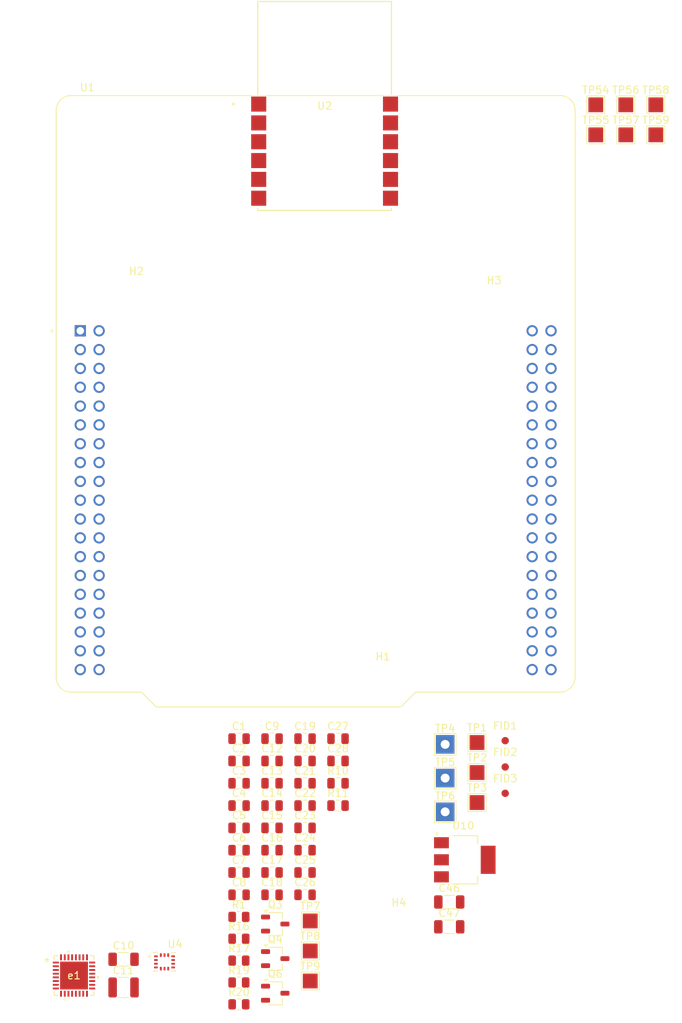
<source format=kicad_pcb>
(kicad_pcb (version 20241229) (generator "pcbnew") (generator_version "9.0")
  (layers (0 "F.Cu" signal) (2 "B.Cu" signal) (13 "F.Paste" user) (15 "B.Paste" user) (5 "F.SilkS" user "F.Silkscreen") (7 "B.SilkS" user "B.Silkscreen") (1 "F.Mask" user) (3 "B.Mask" user) (25 "Edge.Cuts" user))
  (net 0 "")
  (net 1 "+3.3V")
  (net 2 "GND")
  (net 3 "Net-(e1-REGCAPD)")
  (net 4 "Net-(e1-REGCAPA)")
  (net 5 "/Application/StrainV")
  (net 6 "+5V")
  (net 7 "+V_batt")
  (net 8 "Net-(J4-Pin_1)")
  (net 9 "/Application/AIN10")
  (net 10 "Net-(Q3-D)")
  (net 11 "/PC0_ADC12_IN10")
  (net 12 "/Application/AIN5")
  (net 13 "/Application/AIN15")
  (net 14 "/PB13_SPI2_SCK")
  (net 15 "/Controller/BOOT0")
  (net 16 "/Controller/PA3{slash}USART2_RX{slash}ADC12_IN3{slash}TIM2_CH4")
  (net 17 "/Controller/PA2{slash}USART2_TX{slash}ADC12_IN2{slash}TIM2_CH3")
  (net 18 "/Controller/PA14{slash}JTCK{slash}SWCLK")
  (net 19 "/Controller/PA13{slash}JTMS{slash}SWDIO")
  (net 20 "/Controller/PB3{slash}JTDO{slash}TIM2_CH2{slash}PB3{slash}TRACESWO{slash}SPI1_SCK")
  (net 21 "/Application/AIN9")
  (net 22 "Net-(J4-Pin_2)")
  (net 23 "/Application/AIN3")
  (net 24 "/Application/AIN4")
  (net 25 "/Application/AIN0")
  (net 26 "/PB14_SPI2_MISO")
  (net 27 "Net-(J4-Pin_3)")
  (net 28 "/Application/AIN12")
  (net 29 "/PC3_GPIO")
  (net 30 "/Application/AIN14")
  (net 31 "/Application/AIN8")
  (net 32 "/Application/AIN6")
  (net 33 "/PB15_SPI2_MOSI")
  (net 34 "Net-(Q4-D)")
  (net 35 "/Application/AIN1")
  (net 36 "/Application/AIN7")
  (net 37 "/Application/AIN2")
  (net 38 "/Application/AIN11")
  (net 39 "/Application/AIN13")
  (net 40 "/PA0_GPIO")
  (net 41 "/PA1_GPIO")
  (net 42 "/Controller/E5V_NUCLEO")
  (net 43 "/Controller/PA15{slash}JTDI{slash}TIM2_CH1_ETR{slash}SPI1_NSS")
  (net 44 "/Controller/PC11{slash}USART3_RX")
  (net 45 "/Controller/PA5{slash}SPI1_SCK{slash}ADC12_IN5")
  (net 46 "/Controller/OSC_IN{slash}PD0{slash}PH0")
  (net 47 "/Controller/VBAT_PIN_NUCLEO")
  (net 48 "/Controller/PC10{slash}USART3_TX")
  (net 49 "/Controller/PB5{slash}I2C1_SMBAL{slash}TIM3_CH2{slash}SPI1_MOSI")
  (net 50 "/Controller/PA10{slash}USART1_RX{slash}TIM1_CH3")
  (net 51 "/Controller/PC14{slash}OSC32_IN")
  (net 52 "/Controller/PC9{slash}TIM3_CH4")
  (net 53 "/Controller/PC5{slash}ADC12_IN15")
  (net 54 "/Controller/PA7{slash}SPI1_MOSI{slash}ADC12_IN7{slash}TIM3_CH2{slash}TIM1_CH1N")
  (net 55 "/Controller/PB8{slash}TIM4_CH3{slash}I2C1_SCL{slash}CANRX")
  (net 56 "/Controller/IOREF")
  (net 57 "/Controller/PC6{slash}TIM3_CH1")
  (net 59 "/PB0_GPIO")
  (net 60 "/Controller/PB6{slash}TIM4_CH3{slash}I2C1_SCL{slash}CANRX")
  (net 61 "/Controller/PA12{slash}USART1_RTS{slash}CANTX{slash}USBDP{slash}TIM1_ETR")
  (net 62 "/Controller/PD2{slash}TIM3_ETR")
  (net 63 "/Controller/OSC_OUT{slash}PD1{slash}PH1")
  (net 65 "/Controller/PB10{slash}I2C2_SCL{slash}USART3_TX{slash}TIM2_CH3")
  (net 66 "/Controller/VIN_NUCLEO")
  (net 67 "/Controller/U5V_NUCLEO")
  (net 68 "/PC4_GPIO")
  (net 69 "/PC2_GPIO")
  (net 71 "/Controller/PC7{slash}TIM3_CH2")
  (net 72 "/Controller/PA9{slash}USART1_TX{slash}TIM1_CH2")
  (net 73 "/Controller/PB11{slash}I2C2_SDA{slash}USART3_RX{slash}TIM2_CH4")
  (net 74 "/Controller/PB4{slash}JNTRST{slash}TIM3_CH1{slash}PB4{slash}SPI1_MISO")
  (net 75 "/Controller/PC13{slash}TAMPER-RTC")
  (net 76 "/Controller/PA6{slash}SPI1_MISO{slash}ADC12_IN6{slash}TIM3_CH1{slash}TIM2_BKIN")
  (net 77 "/Controller/PB12{slash}SPI2_NSS{slash}I2C2_SMBAL{slash}USART3_CK{slash}TIM1_BKIN")
  (net 78 "/Controller/PC8{slash}TIM3_CH3")
  (net 79 "/Controller/PB7{slash}I2C1_SDA{slash}TIM4_CH2{slash}USART1_RX")
  (net 80 "/PB2_GPIO")
  (net 81 "/Controller/PA11{slash}USART1_CTS{slash}CANRX{slash}USBDM{slash}TIM1_CH4")
  (net 82 "/Controller/PA8{slash}USART1_CK{slash}TIM1_CH1{slash}MCO")
  (net 83 "/Controller/~{RESET}")
  (net 84 "/PB1_GPIO")
  (net 85 "/Controller/AVDD_NUCLEO")
  (net 86 "/Controller/PC15{slash}OSC32_OUT")
  (net 87 "/PC1_GPIO")
  (net 88 "/Controller/PC12{slash}USART3_CK")
  (net 90 "/Controller/PA4{slash}SPI1_NSS{slash}USART2_CK{slash}ADC12_IN4")
  (net 92 "/Controller/PB9{slash}TIM4_CH4{slash}I2C1_SDA{slash}CANTX")
  (net 101 "Net-(Q6-S)")
  (footprint "Capacitor_SMD:C_0805_2012Metric" (layer "F.Cu") (at 131.6 146.15)
    (property "Reference" "C3" (at 0 -1.68 0) (layer "F.SilkS"))
    (property "Value" "1uF")
    (pad "1" smd roundrect (at -0.95 0) (size 1 1.45) (layers "F.Cu" "F.Mask" "F.Paste") (net 1 "+3.3V"))
    (pad "2" smd roundrect (at 0.95 0) (size 1 1.45) (layers "F.Cu" "F.Mask" "F.Paste") (net 2 "GND"))
  )
  (footprint "MountingHole:MountingHole_3.2mm_M3" (layer "F.Cu") (at 117.75 81.25)
    (property "Reference" "H2" (at 0 -4.2 0) (layer "F.SilkS"))
    (property "Value" "MountingHole")
    (pad "" np_thru_hole circle (at 0 0) (size 3.2 3.2) (drill 3.2) (layers "*.Cu" "*.Mask"))
  )
  (footprint "Capacitor_SMD:C_0805_2012Metric" (layer "F.Cu") (at 131.6 161.2)
    (property "Reference" "C8" (at 0 -1.68 0) (layer "F.SilkS"))
    (property "Value" "0.1uF")
    (pad "1" smd roundrect (at -0.95 0) (size 1 1.45) (layers "F.Cu" "F.Mask" "F.Paste") (net 1 "+3.3V"))
    (pad "2" smd roundrect (at 0.95 0) (size 1 1.45) (layers "F.Cu" "F.Mask" "F.Paste") (net 2 "GND"))
  )
  (footprint "Capacitor_SMD:C_0805_2012Metric" (layer "F.Cu") (at 131.6 158.19)
    (property "Reference" "C7" (at 0 -1.68 0) (layer "F.SilkS"))
    (property "Value" "0.1uF")
    (pad "1" smd roundrect (at -0.95 0) (size 1 1.45) (layers "F.Cu" "F.Mask" "F.Paste") (net 1 "+3.3V"))
    (pad "2" smd roundrect (at 0.95 0) (size 1 1.45) (layers "F.Cu" "F.Mask" "F.Paste") (net 2 "GND"))
  )
  (footprint "Capacitor_SMD:C_0805_2012Metric" (layer "F.Cu") (at 131.6 140.13)
    (property "Reference" "C1" (at 0 -1.68 0) (layer "F.SilkS"))
    (property "Value" "0.1uF")
    (pad "1" smd roundrect (at -0.95 0) (size 1 1.45) (layers "F.Cu" "F.Mask" "F.Paste") (net 1 "+3.3V"))
    (pad "2" smd roundrect (at 0.95 0) (size 1 1.45) (layers "F.Cu" "F.Mask" "F.Paste") (net 2 "GND"))
  )
  (footprint "ICM-45605-gyroscope:XDCR_ICM-45605" (layer "F.Cu") (at 121.545 170.25)
    (property "Reference" "U4" (at 1.425 -2.385 0) (layer "F.SilkS"))
    (property "Value" "ICM-45605")
    (pad "1" smd rect (at -1.1625 -0.75) (size 0.475 0.25) (layers "F.Cu") (net 33 "/PB15_SPI2_MOSI"))
    (pad "2" smd rect (at -1.1625 -0.25) (size 0.475 0.25) (layers "F.Cu"))
    (pad "3" smd rect (at -1.1625 0.25) (size 0.475 0.25) (layers "F.Cu"))
    (pad "4" smd rect (at -1.1625 0.75) (size 0.475 0.25) (layers "F.Cu") (net 40 "/PA0_GPIO"))
    (pad "5" smd rect (at -0.5 0.9125) (size 0.25 0.475) (layers "F.Cu") (net 1 "+3.3V"))
    (pad "6" smd rect (at 0 0.9125) (size 0.25 0.475) (layers "F.Cu") (net 2 "GND"))
    (pad "7" smd rect (at 0.5 0.9125) (size 0.25 0.475) (layers "F.Cu"))
    (pad "8" smd rect (at 1.1625 0.75) (size 0.475 0.25) (layers "F.Cu") (net 1 "+3.3V"))
    (pad "9" smd rect (at 1.1625 0.25) (size 0.475 0.25) (layers "F.Cu") (net 41 "/PA1_GPIO"))
    (pad "10" smd rect (at 1.1625 -0.25) (size 0.475 0.25) (layers "F.Cu"))
    (pad "11" smd rect (at 1.1625 -0.75) (size 0.475 0.25) (layers "F.Cu"))
    (pad "12" smd rect (at 0.5 -0.9125) (size 0.25 0.475) (layers "F.Cu") (net 68 "/PC4_GPIO"))
    (pad "13" smd rect (at 0 -0.9125) (size 0.25 0.475) (layers "F.Cu") (net 14 "/PB13_SPI2_SCK"))
    (pad "14" smd rect (at -0.5 -0.9125) (size 0.25 0.475) (layers "F.Cu") (net 26 "/PB14_SPI2_MISO"))
  )
  (footprint "Package_TO_SOT_SMD:TSOT-23" (layer "F.Cu") (at 136.48 169.81)
    (property "Reference" "Q4" (at 0 -2.6 0) (layer "F.SilkS"))
    (property "Value" "PMOS")
    (pad "1" smd roundrect (at -1.31 -0.95) (size 1.22 0.65) (layers "F.Cu" "F.Mask" "F.Paste") (net 34 "Net-(Q4-D)"))
    (pad "2" smd roundrect (at -1.31 0.95) (size 1.22 0.65) (layers "F.Cu" "F.Mask" "F.Paste") (net 10 "Net-(Q3-D)"))
    (pad "3" smd roundrect (at 1.31 0) (size 1.22 0.65) (layers "F.Cu" "F.Mask" "F.Paste") (net 7 "+V_batt"))
  )
  (footprint "TestPoint:TestPoint_Pad_2.0x2.0mm" (layer "F.Cu") (at 183.77 54.6)
    (property "Reference" "TP56" (at 0 -1.998 0) (layer "F.SilkS"))
    (property "Value" "TestPoint")
    (pad "1" smd rect (at 0 0) (size 2 2) (layers "F.Cu" "F.Mask") (net 18 "/Controller/PA14{slash}JTCK{slash}SWCLK"))
  )
  (footprint "Capacitor_SMD:C_0805_2012Metric" (layer "F.Cu") (at 136.05 140.13)
    (property "Reference" "C9" (at 0 -1.68 0) (layer "F.SilkS"))
    (property "Value" "0.1uF")
    (pad "1" smd roundrect (at -0.95 0) (size 1 1.45) (layers "F.Cu" "F.Mask" "F.Paste") (net 1 "+3.3V"))
    (pad "2" smd roundrect (at 0.95 0) (size 1 1.45) (layers "F.Cu" "F.Mask" "F.Paste") (net 2 "GND"))
  )
  (footprint "Capacitor_SMD:C_0805_2012Metric" (layer "F.Cu") (at 136.05 152.17)
    (property "Reference" "C15" (at 0 -1.68 0) (layer "F.SilkS"))
    (property "Value" "25pF")
    (pad "1" smd roundrect (at -0.95 0) (size 1 1.45) (layers "F.Cu" "F.Mask" "F.Paste") (net 39 "/Application/AIN13"))
    (pad "2" smd roundrect (at 0.95 0) (size 1 1.45) (layers "F.Cu" "F.Mask" "F.Paste") (net 2 "GND"))
  )
  (footprint "MountingHole:MountingHole_3.2mm_M3" (layer "F.Cu") (at 153.15 166.45)
    (property "Reference" "H4" (at 0 -4.2 0) (layer "F.SilkS"))
    (property "Value" "MountingHole")
    (pad "" np_thru_hole circle (at 0 0) (size 3.2 3.2) (drill 3.2) (layers "*.Cu" "*.Mask"))
  )
  (footprint "TestPoint:TestPoint_THTPad_2.5x2.5mm_Drill1.2mm" (layer "F.Cu") (at 159.4 150)
    (property "Reference" "TP6" (at 0 -2.148 0) (layer "F.SilkS"))
    (property "Value" "TestPoint")
    (pad "1" thru_hole rect (at 0 0) (size 2.5 2.5) (drill 1.2) (layers "*.Cu" "*.Mask") (net 2 "GND"))
  )
  (footprint "Capacitor_SMD:C_0805_2012Metric" (layer "F.Cu") (at 140.5 155.18)
    (property "Reference" "C24" (at 0 -1.68 0) (layer "F.SilkS"))
    (property "Value" "25pF")
    (pad "1" smd roundrect (at -0.95 0) (size 1 1.45) (layers "F.Cu" "F.Mask" "F.Paste") (net 24 "/Application/AIN4"))
    (pad "2" smd roundrect (at 0.95 0) (size 1 1.45) (layers "F.Cu" "F.Mask" "F.Paste") (net 2 "GND"))
  )
  (footprint "Capacitor_SMD:C_0805_2012Metric" (layer "F.Cu") (at 131.6 152.17)
    (property "Reference" "C5" (at 0 -1.68 0) (layer "F.SilkS"))
    (property "Value" "0.1uF")
    (pad "1" smd roundrect (at -0.95 0) (size 1 1.45) (layers "F.Cu" "F.Mask" "F.Paste") (net 3 "Net-(e1-REGCAPD)"))
    (pad "2" smd roundrect (at 0.95 0) (size 1 1.45) (layers "F.Cu" "F.Mask" "F.Paste") (net 2 "GND"))
  )
  (footprint "Capacitor_SMD:C_0805_2012Metric" (layer "F.Cu") (at 140.5 161.2)
    (property "Reference" "C26" (at 0 -1.68 0) (layer "F.SilkS"))
    (property "Value" "25pF")
    (pad "1" smd roundrect (at -0.95 0) (size 1 1.45) (layers "F.Cu" "F.Mask" "F.Paste") (net 37 "/Application/AIN2"))
    (pad "2" smd roundrect (at 0.95 0) (size 1 1.45) (layers "F.Cu" "F.Mask" "F.Paste") (net 2 "GND"))
  )
  (footprint "TestPoint:TestPoint_Pad_2.0x2.0mm" (layer "F.Cu") (at 183.77 58.65)
    (property "Reference" "TP57" (at 0 -1.998 0) (layer "F.SilkS"))
    (property "Value" "TestPoint")
    (pad "1" smd rect (at 0 0) (size 2 2) (layers "F.Cu" "F.Mask") (net 20 "/Controller/PB3{slash}JTDO{slash}TIM2_CH2{slash}PB3{slash}TRACESWO{slash}SPI1_SCK"))
  )
  (footprint "Capacitor_SMD:C_0805_2012Metric" (layer "F.Cu") (at 140.5 149.16)
    (property "Reference" "C22" (at 0 -1.68 0) (layer "F.SilkS"))
    (property "Value" "25pF")
    (pad "1" smd roundrect (at -0.95 0) (size 1 1.45) (layers "F.Cu" "F.Mask" "F.Paste") (net 32 "/Application/AIN6"))
    (pad "2" smd roundrect (at 0.95 0) (size 1 1.45) (layers "F.Cu" "F.Mask" "F.Paste") (net 2 "GND"))
  )
  (footprint "TestPoint:TestPoint_Pad_2.0x2.0mm" (layer "F.Cu") (at 163.7 140.65)
    (property "Reference" "TP1" (at 0 -1.998 0) (layer "F.SilkS"))
    (property "Value" "TestPoint")
    (pad "1" smd rect (at 0 0) (size 2 2) (layers "F.Cu" "F.Mask") (net 1 "+3.3V"))
  )
  (footprint "MRF89XAM9AT-antenna:MOD_MRF89XAM9A_MCH" (layer "F.Cu") (at 143.14 54.754)
    (property "Reference" "U2" (at 0 0 0) (layer "F.SilkS"))
    (property "Value" "MRF89XAM9AT-I/RM")
    (pad "1" smd rect (at -8.89 -0.254) (size 2.032 2.032) (layers "F.Cu" "F.Mask" "F.Paste") (net 2 "GND"))
    (pad "2" smd rect (at -8.89 2.286) (size 2.032 2.032) (layers "F.Cu" "F.Mask" "F.Paste") (net 80 "/PB2_GPIO"))
    (pad "3" smd rect (at -8.89 4.826) (size 2.032 2.032) (layers "F.Cu" "F.Mask" "F.Paste") (net 69 "/PC2_GPIO"))
    (pad "4" smd rect (at -8.89 7.366) (size 2.032 2.032) (layers "F.Cu" "F.Mask" "F.Paste") (net 59 "/PB0_GPIO"))
    (pad "5" smd rect (at -8.89 9.906) (size 2.032 2.032) (layers "F.Cu" "F.Mask" "F.Paste") (net 26 "/PB14_SPI2_MISO"))
    (pad "6" smd rect (at -8.89 12.446) (size 2.032 2.032) (layers "F.Cu" "F.Mask" "F.Paste") (net 14 "/PB13_SPI2_SCK"))
    (pad "7" smd rect (at 8.89 12.446) (size 2.032 2.032) (layers "F.Cu" "F.Mask" "F.Paste") (net 33 "/PB15_SPI2_MOSI"))
    (pad "8" smd rect (at 8.89 9.906) (size 2.032 2.032) (layers "F.Cu" "F.Mask" "F.Paste") (net 87 "/PC1_GPIO"))
    (pad "9" smd rect (at 8.89 7.366) (size 2.032 2.032) (layers "F.Cu" "F.Mask" "F.Paste") (net 84 "/PB1_GPIO"))
    (pad "10" smd rect (at 8.89 4.826) (size 2.032 2.032) (layers "F.Cu" "F.Mask" "F.Paste") (net 1 "+3.3V"))
    (pad "11" smd rect (at 8.89 2.286) (size 2.032 2.032) (layers "F.Cu" "F.Mask" "F.Paste") (net 2 "GND"))
    (pad "12" smd rect (at 8.89 -0.254) (size 2.032 2.032) (layers "F.Cu" "F.Mask" "F.Paste") (net 2 "GND"))
  )
  (footprint "Capacitor_SMD:C_1206_3216Metric" (layer "F.Cu") (at 159.95 165.52)
    (property "Reference" "C47" (at 0 -1.85 0) (layer "F.SilkS"))
    (property "Value" "10uF")
    (pad "1" smd roundrect (at -1.475 0) (size 1.15 1.8) (layers "F.Cu" "F.Mask" "F.Paste") (roundrect_rratio 0.217391) (net 7 "+V_batt"))
    (pad "2" smd roundrect (at 1.475 0) (size 1.15 1.8) (layers "F.Cu" "F.Mask" "F.Paste") (roundrect_rratio 0.217391) (net 2 "GND"))
  )
  (footprint "MountingHole:MountingHole_3.2mm_M3" (layer "F.Cu") (at 166 82.5)
    (property "Reference" "H3" (at 0 -4.2 0) (layer "F.SilkS"))
    (property "Value" "MountingHole")
    (pad "" np_thru_hole circle (at 0 0) (size 3.2 3.2) (drill 3.2) (layers "*.Cu" "*.Mask"))
  )
  (footprint "TestPoint:TestPoint_Pad_2.0x2.0mm" (layer "F.Cu") (at 187.82 58.65)
    (property "Reference" "TP59" (at 0 -1.998 0) (layer "F.SilkS"))
    (property "Value" "TestPoint")
    (pad "1" smd rect (at 0 0) (size 2 2) (layers "F.Cu" "F.Mask") (net 16 "/Controller/PA3{slash}USART2_RX{slash}ADC12_IN3{slash}TIM2_CH4"))
  )
  (footprint "Capacitor_SMD:C_0805_2012Metric" (layer "F.Cu") (at 140.5 152.17)
    (property "Reference" "C23" (at 0 -1.68 0) (layer "F.SilkS"))
    (property "Value" "25pF")
    (pad "1" smd roundrect (at -0.95 0) (size 1 1.45) (layers "F.Cu" "F.Mask" "F.Paste") (net 12 "/Application/AIN5"))
    (pad "2" smd roundrect (at 0.95 0) (size 1 1.45) (layers "F.Cu" "F.Mask" "F.Paste") (net 2 "GND"))
  )
  (footprint "Capacitor_SMD:C_1206_3216Metric" (layer "F.Cu") (at 116.02 169.9)
    (property "Reference" "C10" (at 0 -1.85 0) (layer "F.SilkS"))
    (property "Value" "10uF")
    (pad "1" smd roundrect (at -1.475 0) (size 1.15 1.8) (layers "F.Cu" "F.Mask" "F.Paste") (roundrect_rratio 0.217391) (net 1 "+3.3V"))
    (pad "2" smd roundrect (at 1.475 0) (size 1.15 1.8) (layers "F.Cu" "F.Mask" "F.Paste") (roundrect_rratio 0.217391) (net 2 "GND"))
  )
  (footprint "Capacitor_SMD:C_0805_2012Metric" (layer "F.Cu") (at 144.95 143.14)
    (property "Reference" "C28" (at 0 -1.68 0) (layer "F.SilkS"))
    (property "Value" "25pF")
    (pad "1" smd roundrect (at -0.95 0) (size 1 1.45) (layers "F.Cu" "F.Mask" "F.Paste") (net 25 "/Application/AIN0"))
    (pad "2" smd roundrect (at 0.95 0) (size 1 1.45) (layers "F.Cu" "F.Mask" "F.Paste") (net 2 "GND"))
  )
  (footprint "TestPoint:TestPoint_THTPad_2.5x2.5mm_Drill1.2mm" (layer "F.Cu") (at 159.4 145.45)
    (property "Reference" "TP5" (at 0 -2.148 0) (layer "F.SilkS"))
    (property "Value" "TestPoint")
    (pad "1" thru_hole rect (at 0 0) (size 2.5 2.5) (drill 1.2) (layers "*.Cu" "*.Mask") (net 26 "/PB14_SPI2_MISO"))
  )
  (footprint "TestPoint:TestPoint_Pad_2.0x2.0mm" (layer "F.Cu") (at 163.7 148.75)
    (property "Reference" "TP3" (at 0 -1.998 0) (layer "F.SilkS"))
    (property "Value" "TestPoint")
    (pad "1" smd rect (at 0 0) (size 2 2) (layers "F.Cu" "F.Mask") (net 14 "/PB13_SPI2_SCK"))
  )
  (footprint "Capacitor_SMD:C_0805_2012Metric" (layer "F.Cu") (at 136.05 155.18)
    (property "Reference" "C16" (at 0 -1.68 0) (layer "F.SilkS"))
    (property "Value" "25pF")
    (pad "1" smd roundrect (at -0.95 0) (size 1 1.45) (layers "F.Cu" "F.Mask" "F.Paste") (net 28 "/Application/AIN12"))
    (pad "2" smd roundrect (at 0.95 0) (size 1 1.45) (layers "F.Cu" "F.Mask" "F.Paste") (net 2 "GND"))
  )
  (footprint "Capacitor_SMD:C_0805_2012Metric" (layer "F.Cu") (at 136.05 149.16)
    (property "Reference" "C14" (at 0 -1.68 0) (layer "F.SilkS"))
    (property "Value" "25pF")
    (pad "1" smd roundrect (at -0.95 0) (size 1 1.45) (layers "F.Cu" "F.Mask" "F.Paste") (net 30 "/Application/AIN14"))
    (pad "2" smd roundrect (at 0.95 0) (size 1 1.45) (layers "F.Cu" "F.Mask" "F.Paste") (net 2 "GND"))
  )
  (footprint "TestPoint:TestPoint_Pad_2.0x2.0mm" (layer "F.Cu") (at 141.2 168.78)
    (property "Reference" "TP8" (at 0 -1.998 0) (layer "F.SilkS"))
    (property "Value" "TestPoint")
    (pad "1" smd rect (at 0 0) (size 2 2) (layers "F.Cu" "F.Mask") (net 7 "+V_batt"))
  )
  (footprint "AD7124-8BCPZ-RL7-adc:CP-32-12_ADI" (layer "F.Cu") (at 109.3327 172.0905)
    (property "Reference" "e1" (at 0 0 0) (layer "F.SilkS"))
    (property "Value" "AD7124-8BCPZ-RL7-adc")
    (fp_text user "*" (at -3.6449 -1.75 0) (layer "F.SilkS"))
    (fp_text user "*" (at -3.6449 -1.75 0) (layer "F.SilkS"))
    (pad "1" smd rect (at -2.4511 -1.749999 90) (size 0.254 0.8128) (layers "F.Cu" "F.Mask" "F.Paste") (net 3 "Net-(e1-REGCAPD)"))
    (pad "2" smd rect (at -2.4511 -1.25 90) (size 0.254 0.8128) (layers "F.Cu" "F.Mask" "F.Paste") (net 1 "+3.3V"))
    (pad "3" smd rect (at -2.4511 -0.750001 90) (size 0.254 0.8128) (layers "F.Cu" "F.Mask" "F.Paste") (net 2 "GND"))
    (pad "4" smd rect (at -2.4511 -0.25 90) (size 0.254 0.8128) (layers "F.Cu" "F.Mask" "F.Paste") (net 25 "/Application/AIN0"))
    (pad "5" smd rect (at -2.4511 0.25 90) (size 0.254 0.8128) (layers "F.Cu" "F.Mask" "F.Paste") (net 35 "/Application/AIN1"))
    (pad "6" smd rect (at -2.4511 0.750001 90) (size 0.254 0.8128) (layers "F.Cu" "F.Mask" "F.Paste") (net 37 "/Application/AIN2"))
    (pad "7" smd rect (at -2.4511 1.25 90) (size 0.254 0.8128) (layers "F.Cu" "F.Mask" "F.Paste") (net 23 "/Application/AIN3"))
    (pad "8" smd rect (at -2.4511 1.749999 90) (size 0.254 0.8128) (layers "F.Cu" "F.Mask" "F.Paste") (net 24 "/Application/AIN4"))
    (pad "9" smd rect (at -1.749999 2.4511) (size 0.254 0.8128) (layers "F.Cu" "F.Mask" "F.Paste") (net 12 "/Application/AIN5"))
    (pad "10" smd rect (at -1.25 2.4511) (size 0.254 0.8128) (layers "F.Cu" "F.Mask" "F.Paste") (net 32 "/Application/AIN6"))
    (pad "11" smd rect (at -0.750001 2.4511) (size 0.254 0.8128) (layers "F.Cu" "F.Mask" "F.Paste") (net 36 "/Application/AIN7"))
    (pad "12" smd rect (at -0.25 2.4511) (size 0.254 0.8128) (layers "F.Cu" "F.Mask" "F.Paste") (net 5 "/Application/StrainV"))
    (pad "13" smd rect (at 0.25 2.4511) (size 0.254 0.8128) (layers "F.Cu" "F.Mask" "F.Paste") (net 2 "GND"))
    (pad "14" smd rect (at 0.750001 2.4511) (size 0.254 0.8128) (layers "F.Cu" "F.Mask" "F.Paste") (net 31 "/Application/AIN8"))
    (pad "15" smd rect (at 1.25 2.4511) (size 0.254 0.8128) (layers "F.Cu" "F.Mask" "F.Paste") (net 21 "/Application/AIN9"))
    (pad "16" smd rect (at 1.749999 2.4511) (size 0.254 0.8128) (layers "F.Cu" "F.Mask" "F.Paste") (net 9 "/Application/AIN10"))
    (pad "17" smd rect (at 2.4511 1.749999 90) (size 0.254 0.8128) (layers "F.Cu" "F.Mask" "F.Paste") (net 38 "/Application/AIN11"))
    (pad "18" smd rect (at 2.4511 1.25 90) (size 0.254 0.8128) (layers "F.Cu" "F.Mask" "F.Paste") (net 28 "/Application/AIN12"))
    (pad "19" smd rect (at 2.4511 0.750001 90) (size 0.254 0.8128) (layers "F.Cu" "F.Mask" "F.Paste") (net 39 "/Application/AIN13"))
    (pad "20" smd rect (at 2.4511 0.25 90) (size 0.254 0.8128) (layers "F.Cu" "F.Mask" "F.Paste") (net 30 "/Application/AIN14"))
    (pad "21" smd rect (at 2.4511 -0.25 90) (size 0.254 0.8128) (layers "F.Cu" "F.Mask" "F.Paste") (net 13 "/Application/AIN15"))
    (pad "22" smd rect (at 2.4511 -0.750001 90) (size 0.254 0.8128) (layers "F.Cu" "F.Mask" "F.Paste") (net 22 "Net-(J4-Pin_2)"))
    (pad "23" smd rect (at 2.4511 -1.25 90) (size 0.254 0.8128) (layers "F.Cu" "F.Mask" "F.Paste") (net 2 "GND"))
    (pad "24" smd rect (at 2.4511 -1.749999 90) (size 0.254 0.8128) (layers "F.Cu" "F.Mask" "F.Paste") (net 4 "Net-(e1-REGCAPA)"))
    (pad "25" smd rect (at 1.749999 -2.4511) (size 0.254 0.8128) (layers "F.Cu" "F.Mask" "F.Paste") (net 27 "Net-(J4-Pin_3)"))
    (pad "26" smd rect (at 1.25 -2.4511) (size 0.254 0.8128) (layers "F.Cu" "F.Mask" "F.Paste") (net 1 "+3.3V"))
    (pad "27" smd rect (at 0.750001 -2.4511) (size 0.254 0.8128) (layers "F.Cu" "F.Mask" "F.Paste") (net 1 "+3.3V"))
    (pad "28" smd rect (at 0.25 -2.4511) (size 0.254 0.8128) (layers "F.Cu" "F.Mask" "F.Paste") (net 33 "/PB15_SPI2_MOSI"))
    (pad "29" smd rect (at -0.25 -2.4511) (size 0.254 0.8128) (layers "F.Cu" "F.Mask" "F.Paste") (net 26 "/PB14_SPI2_MISO"))
    (pad "30" smd rect (at -0.750001 -2.4511) (size 0.254 0.8128) (layers "F.Cu" "F.Mask" "F.Paste") (net 14 "/PB13_SPI2_SCK"))
    (pad "31" smd rect (at -1.25 -2.4511) (size 0.254 0.8128) (layers "F.Cu" "F.Mask" "F.Paste") (net 8 "Net-(J4-Pin_1)"))
    (pad "32" smd rect (at -1.749999 -2.4511) (size 0.254 0.8128) (layers "F.Cu" "F.Mask" "F.Paste") (net 29 "/PC3_GPIO"))
    (pad "33" smd rect (at 0 0) (size 3.7592 3.7592) (layers "F.Cu" "F.Mask" "F.Paste") (net 2 "GND"))
  )
  (footprint "Resistor_SMD:R_0805_2012Metric" (layer "F.Cu") (at 131.58 167.13)
    (property "Reference" "R16" (at 0 -1.65 0) (layer "F.SilkS"))
    (property "Value" "10K +-5%")
    (pad "1" smd roundrect (at -0.9125 0) (size 1.025 1.4) (layers "F.Cu" "F.Mask" "F.Paste") (roundrect_rratio 0.243902) (net 10 "Net-(Q3-D)"))
    (pad "2" smd roundrect (at 0.9125 0) (size 1.025 1.4) (layers "F.Cu" "F.Mask" "F.Paste") (roundrect_rratio 0.243902) (net 7 "+V_batt"))
  )
  (footprint "Capacitor_SMD:C_0805_2012Metric" (layer "F.Cu") (at 131.6 155.18)
    (property "Reference" "C6" (at 0 -1.68 0) (layer "F.SilkS"))
    (property "Value" "0.1uF")
    (pad "1" smd roundrect (at -0.95 0) (size 1 1.45) (layers "F.Cu" "F.Mask" "F.Paste") (net 4 "Net-(e1-REGCAPA)"))
    (pad "2" smd roundrect (at 0.95 0) (size 1 1.45) (layers "F.Cu" "F.Mask" "F.Paste") (net 2 "GND"))
  )
  (footprint "Capacitor_SMD:C_1210_3225Metric" (layer "F.Cu") (at 116.02 173.7)
    (property "Reference" "C11" (at 0 -2.3 0) (layer "F.SilkS"))
    (property "Value" "220uF")
    (pad "1" smd roundrect (at -1.475 0) (size 1.15 2.7) (layers "F.Cu" "F.Mask" "F.Paste") (roundrect_rratio 0.217391) (net 2 "GND"))
    (pad "2" smd roundrect (at 1.475 0) (size 1.15 2.7) (layers "F.Cu" "F.Mask" "F.Paste") (roundrect_rratio 0.217391) (net 5 "/Application/StrainV"))
  )
  (footprint "Capacitor_SMD:C_0805_2012Metric" (layer "F.Cu") (at 131.6 149.16)
    (property "Reference" "C4" (at 0 -1.68 0) (layer "F.SilkS"))
    (property "Value" "1uF")
    (pad "1" smd roundrect (at -0.95 0) (size 1 1.45) (layers "F.Cu" "F.Mask" "F.Paste") (net 1 "+3.3V"))
    (pad "2" smd roundrect (at 0.95 0) (size 1 1.45) (layers "F.Cu" "F.Mask" "F.Paste") (net 2 "GND"))
  )
  (footprint "Capacitor_SMD:C_1206_3216Metric" (layer "F.Cu") (at 159.95 162.17)
    (property "Reference" "C46" (at 0 -1.85 0) (layer "F.SilkS"))
    (property "Value" "10uF")
    (pad "1" smd roundrect (at -1.475 0) (size 1.15 1.8) (layers "F.Cu" "F.Mask" "F.Paste") (roundrect_rratio 0.217391) (net 6 "+5V"))
    (pad "2" smd roundrect (at 1.475 0) (size 1.15 1.8) (layers "F.Cu" "F.Mask" "F.Paste") (roundrect_rratio 0.217391) (net 2 "GND"))
  )
  (footprint "Capacitor_SMD:C_0805_2012Metric" (layer "F.Cu") (at 136.05 143.14)
    (property "Reference" "C12" (at 0 -1.68 0) (layer "F.SilkS"))
    (property "Value" "0.1uF")
    (pad "1" smd roundrect (at -0.95 0) (size 1 1.45) (layers "F.Cu" "F.Mask" "F.Paste") (net 11 "/PC0_ADC12_IN10"))
    (pad "2" smd roundrect (at 0.95 0) (size 1 1.45) (layers "F.Cu" "F.Mask" "F.Paste") (net 2 "GND"))
  )
  (footprint "Capacitor_SMD:C_0805_2012Metric" (layer "F.Cu") (at 144.95 146.15)
    (property "Reference" "R10" (at 0 -1.68 0) (layer "F.SilkS"))
    (property "Value" "0K +-1%")
    (pad "1" smd roundrect (at -0.95 0) (size 1 1.45) (layers "F.Cu" "F.Mask" "F.Paste") (net 101 "Net-(Q6-S)"))
    (pad "2" smd roundrect (at 0.95 0) (size 1 1.45) (layers "F.Cu" "F.Mask" "F.Paste") (net 6 "+5V"))
  )
  (footprint "Capacitor_SMD:C_0805_2012Metric" (layer "F.Cu") (at 144.95 140.13)
    (property "Reference" "C27" (at 0 -1.68 0) (layer "F.SilkS"))
    (property "Value" "25pF")
    (pad "1" smd roundrect (at -0.95 0) (size 1 1.45) (layers "F.Cu" "F.Mask" "F.Paste") (net 35 "/Application/AIN1"))
    (pad "2" smd roundrect (at 0.95 0) (size 1 1.45) (layers "F.Cu" "F.Mask" "F.Paste") (net 2 "GND"))
  )
  (footprint "Package_TO_SOT_SMD:TSOT-23" (layer "F.Cu") (at 136.48 174.475)
    (property "Reference" "Q6" (at 0 -2.6 0) (layer "F.SilkS"))
    (property "Value" "PMOS")
    (pad "1" smd roundrect (at -1.31 -0.95) (size 1.22 0.65) (layers "F.Cu" "F.Mask" "F.Paste") (net 5 "/Application/StrainV"))
    (pad "2" smd roundrect (at -1.31 0.95) (size 1.22 0.65) (layers "F.Cu" "F.Mask" "F.Paste") (net 40 "/PA0_GPIO"))
    (pad "3" smd roundrect (at 1.31 0) (size 1.22 0.65) (layers "F.Cu" "F.Mask" "F.Paste") (net 101 "Net-(Q6-S)"))
  )
  (footprint "NUCLEO-L476RG:MODULE_NUCLEO-L476RG" (layer "F.Cu") (at 141.9297 94.6)
    (property "Reference" "U1" (at -30.7996 -42.339 0) (layer "F.SilkS"))
    (property "Value" "NUCLEO-L476RG")
    (pad "" np_thru_hole circle (at -24.13 -13.32) (size 3.2 3.2) (drill 3.2) (layers "*.Cu" "*.Mask"))
    (pad "" np_thru_hole circle (at 8.89 38.75) (size 3.2 3.2) (drill 3.2) (layers "*.Cu" "*.Mask"))
    (pad "" np_thru_hole circle (at 24.13 -12.05) (size 3.2 3.2) (drill 3.2) (layers "*.Cu" "*.Mask"))
    (pad "CN7_1" thru_hole rect (at -31.75 -9.51) (size 1.524 1.524) (drill 1.016) (layers "*.Cu" "*.Mask") (net 48 "/Controller/PC10{slash}USART3_TX"))
    (pad "CN7_2" thru_hole circle (at -29.21 -9.51) (size 1.524 1.524) (drill 1.016) (layers "*.Cu" "*.Mask") (net 44 "/Controller/PC11{slash}USART3_RX"))
    (pad "CN7_3" thru_hole circle (at -31.75 -6.97) (size 1.524 1.524) (drill 1.016) (layers "*.Cu" "*.Mask") (net 88 "/Controller/PC12{slash}USART3_CK"))
    (pad "CN7_4" thru_hole circle (at -29.21 -6.97) (size 1.524 1.524) (drill 1.016) (layers "*.Cu" "*.Mask") (net 62 "/Controller/PD2{slash}TIM3_ETR"))
    (pad "CN7_5" thru_hole circle (at -31.75 -4.43) (size 1.524 1.524) (drill 1.016) (layers "*.Cu" "*.Mask") (net 1 "+3.3V"))
    (pad "CN7_6" thru_hole circle (at -29.21 -4.43) (size 1.524 1.524) (drill 1.016) (layers "*.Cu" "*.Mask") (net 42 "/Controller/E5V_NUCLEO"))
    (pad "CN7_7" thru_hole circle (at -31.75 -1.89) (size 1.524 1.524) (drill 1.016) (layers "*.Cu" "*.Mask") (net 15 "/Controller/BOOT0"))
    (pad "CN7_8" thru_hole circle (at -29.21 -1.89) (size 1.524 1.524) (drill 1.016) (layers "*.Cu" "*.Mask") (net 2 "GND"))
    (pad "CN7_9" thru_hole circle (at -31.75 0.65) (size 1.524 1.524) (drill 1.016) (layers "*.Cu" "*.Mask"))
    (pad "CN7_10" thru_hole circle (at -29.21 0.65) (size 1.524 1.524) (drill 1.016) (layers "*.Cu" "*.Mask"))
    (pad "CN7_11" thru_hole circle (at -31.75 3.19) (size 1.524 1.524) (drill 1.016) (layers "*.Cu" "*.Mask"))
    (pad "CN7_12" thru_hole circle (at -29.21 3.19) (size 1.524 1.524) (drill 1.016) (layers "*.Cu" "*.Mask") (net 56 "/Controller/IOREF"))
    (pad "CN7_13" thru_hole circle (at -31.75 5.73) (size 1.524 1.524) (drill 1.016) (layers "*.Cu" "*.Mask") (net 19 "/Controller/PA13{slash}JTMS{slash}SWDIO"))
    (pad "CN7_14" thru_hole circle (at -29.21 5.73) (size 1.524 1.524) (drill 1.016) (layers "*.Cu" "*.Mask") (net 83 "/Controller/~{RESET}"))
    (pad "CN7_15" thru_hole circle (at -31.75 8.27) (size 1.524 1.524) (drill 1.016) (layers "*.Cu" "*.Mask") (net 18 "/Controller/PA14{slash}JTCK{slash}SWCLK"))
    (pad "CN7_16" thru_hole circle (at -29.21 8.27) (size 1.524 1.524) (drill 1.016) (layers "*.Cu" "*.Mask") (net 1 "+3.3V"))
    (pad "CN7_17" thru_hole circle (at -31.75 10.81) (size 1.524 1.524) (drill 1.016) (layers "*.Cu" "*.Mask") (net 43 "/Controller/PA15{slash}JTDI{slash}TIM2_CH1_ETR{slash}SPI1_NSS"))
    (pad "CN7_18" thru_hole circle (at -29.21 10.81) (size 1.524 1.524) (drill 1.016) (layers "*.Cu" "*.Mask") (net 6 "+5V"))
    (pad "CN7_19" thru_hole circle (at -31.75 13.35) (size 1.524 1.524) (drill 1.016) (layers "*.Cu" "*.Mask") (net 2 "GND"))
    (pad "CN7_20" thru_hole circle (at -29.21 13.35) (size 1.524 1.524) (drill 1.016) (layers "*.Cu" "*.Mask") (net 2 "GND"))
    (pad "CN7_21" thru_hole circle (at -31.75 15.89) (size 1.524 1.524) (drill 1.016) (layers "*.Cu" "*.Mask") (net 79 "/Controller/PB7{slash}I2C1_SDA{slash}TIM4_CH2{slash}USART1_RX"))
    (pad "CN7_22" thru_hole circle (at -29.21 15.89) (size 1.524 1.524) (drill 1.016) (layers "*.Cu" "*.Mask") (net 2 "GND"))
    (pad "CN7_23" thru_hole circle (at -31.75 18.43) (size 1.524 1.524) (drill 1.016) (layers "*.Cu" "*.Mask") (net 75 "/Controller/PC13{slash}TAMPER-RTC"))
    (pad "CN7_24" thru_hole circle (at -29.21 18.43) (size 1.524 1.524) (drill 1.016) (layers "*.Cu" "*.Mask") (net 66 "/Controller/VIN_NUCLEO"))
    (pad "CN7_25" thru_hole circle (at -31.75 20.97) (size 1.524 1.524) (drill 1.016) (layers "*.Cu" "*.Mask") (net 51 "/Controller/PC14{slash}OSC32_IN"))
    (pad "CN7_26" thru_hole circle (at -29.21 20.97) (size 1.524 1.524) (drill 1.016) (layers "*.Cu" "*.Mask"))
    (pad "CN7_27" thru_hole circle (at -31.75 23.51) (size 1.524 1.524) (drill 1.016) (layers "*.Cu" "*.Mask") (net 86 "/Controller/PC15{slash}OSC32_OUT"))
    (pad "CN7_28" thru_hole circle (at -29.21 23.51) (size 1.524 1.524) (drill 1.016) (layers "*.Cu" "*.Mask") (net 40 "/PA0_GPIO"))
    (pad "CN7_29" thru_hole circle (at -31.75 26.05) (size 1.524 1.524) (drill 1.016) (layers "*.Cu" "*.Mask") (net 46 "/Controller/OSC_IN{slash}PD0{slash}PH0"))
    (pad "CN7_30" thru_hole circle (at -29.21 26.05) (size 1.524 1.524) (drill 1.016) (layers "*.Cu" "*.Mask") (net 41 "/PA1_GPIO"))
    (pad "CN7_31" thru_hole circle (at -31.75 28.59) (size 1.524 1.524) (drill 1.016) (layers "*.Cu" "*.Mask") (net 63 "/Controller/OSC_OUT{slash}PD1{slash}PH1"))
    (pad "CN7_32" thru_hole circle (at -29.21 28.59) (size 1.524 1.524) (drill 1.016) (layers "*.Cu" "*.Mask") (net 90 "/Controller/PA4{slash}SPI1_NSS{slash}USART2_CK{slash}ADC12_IN4"))
    (pad "CN7_33" thru_hole circle (at -31.75 31.13) (size 1.524 1.524) (drill 1.016) (layers "*.Cu" "*.Mask") (net 47 "/Controller/VBAT_PIN_NUCLEO"))
    (pad "CN7_34" thru_hole circle (at -29.21 31.13) (size 1.524 1.524) (drill 1.016) (layers "*.Cu" "*.Mask") (net 59 "/PB0_GPIO"))
    (pad "CN7_35" thru_hole circle (at -31.75 33.67) (size 1.524 1.524) (drill 1.016) (layers "*.Cu" "*.Mask") (net 69 "/PC2_GPIO"))
    (pad "CN7_36" thru_hole circle (at -29.21 33.67) (size 1.524 1.524) (drill 1.016) (layers "*.Cu" "*.Mask") (net 87 "/PC1_GPIO"))
    (pad "CN7_37" thru_hole circle (at -31.75 36.21) (size 1.524 1.524) (drill 1.016) (layers "*.Cu" "*.Mask") (net 29 "/PC3_GPIO"))
    (pad "CN7_38" thru_hole circle (at -29.21 36.21) (size 1.524 1.524) (drill 1.016) (layers "*.Cu" "*.Mask") (net 11 "/PC0_ADC12_IN10"))
    (pad "CN10_1" thru_hole circle (at 29.21 -9.51) (size 1.524 1.524) (drill 1.016) (layers "*.Cu" "*.Mask") (net 52 "/Controller/PC9{slash}TIM3_CH4"))
    (pad "CN10_2" thru_hole circle (at 31.75 -9.51) (size 1.524 1.524) (drill 1.016) (layers "*.Cu" "*.Mask") (net 67 "/Controller/U5V_NUCLEO"))
    (pad "CN10_3" thru_hole circle (at 29.21 -6.97) (size 1.524 1.524) (drill 1.016) (layers "*.Cu" "*.Mask") (net 55 "/Controller/PB8{slash}TIM4_CH3{slash}I2C1_SCL{slash}CANRX"))
    (pad "CN10_4" thru_hole circle (at 31.75 -6.97) (size 1.524 1.524) (drill 1.016) (layers "*.Cu" "*.Mask") (net 53 "/Controller/PC5{slash}ADC12_IN15"))
    (pad "CN10_5" thru_hole circle (at 29.21 -4.43) (size 1.524 1.524) (drill 1.016) (layers "*.Cu" "*.Mask") (net 92 "/Controller/PB9{slash}TIM4_CH4{slash}I2C1_SDA{slash}CANTX"))
    (pad "CN10_6" thru_hole circle (at 31.75 -4.43) (size 1.524 1.524) (drill 1.016) (layers "*.Cu" "*.Mask") (net 57 "/Controller/PC6{slash}TIM3_CH1"))
    (pad "CN10_7" thru_hole circle (at 29.21 -1.89) (size 1.524 1.524) (drill 1.016) (layers "*.Cu" "*.Mask") (net 85 "/Controller/AVDD_NUCLEO"))
    (pad "CN10_8" thru_hole circle (at 31.75 -1.89) (size 1.524 1.524) (drill 1.016) (layers "*.Cu" "*.Mask") (net 78 "/Controller/PC8{slash}TIM3_CH3"))
    (pad "CN10_9" thru_hole circle (at 29.21 0.65) (size 1.524 1.524) (drill 1.016) (layers "*.Cu" "*.Mask") (net 2 "GND"))
    (pad "CN10_10" thru_hole circle (at 31.75 0.65) (size 1.524 1.524) (drill 1.016) (layers "*.Cu" "*.Mask"))
    (pad "CN10_11" thru_hole circle (at 29.21 3.19) (size 1.524 1.524) (drill 1.016) (layers "*.Cu" "*.Mask") (net 45 "/Controller/PA5{slash}SPI1_SCK{slash}ADC12_IN5"))
    (pad "CN10_12" thru_hole circle (at 31.75 3.19) (size 1.524 1.524) (drill 1.016) (layers "*.Cu" "*.Mask") (net 61 "/Controller/PA12{slash}USART1_RTS{slash}CANTX{slash}USBDP{slash}TIM1_ETR"))
    (pad "CN10_13" thru_hole circle (at 29.21 5.73) (size 1.524 1.524) (drill 1.016) (layers "*.Cu" "*.Mask") (net 76 "/Controller/PA6{slash}SPI1_MISO{slash}ADC12_IN6{slash}TIM3_CH1{slash}TIM2_BKIN"))
    (pad "CN10_14" thru_hole circle (at 31.75 5.73) (size 1.524 1.524) (drill 1.016) (layers "*.Cu" "*.Mask") (net 81 "/Controller/PA11{slash}USART1_CTS{slash}CANRX{slash}USBDM{slash}TIM1_CH4"))
    (pad "CN10_15" thru_hole circle (at 29.21 8.27) (size 1.524 1.524) (drill 1.016) (layers "*.Cu" "*.Mask") (net 54 "/Controller/PA7{slash}SPI1_MOSI{slash}ADC12_IN7{slash}TIM3_CH2{slash}TIM1_CH1N"))
    (pad "CN10_16" thru_hole circle (at 31.75 8.27) (size 1.524 1.524) (drill 1.016) (layers "*.Cu" "*.Mask") (net 77 "/Controller/PB12{slash}SPI2_NSS{slash}I2C2_SMBAL{slash}USART3_CK{slash}TIM1_BKIN"))
    (pad "CN10_17" thru_hole circle (at 29.21 10.81) (size 1.524 1.524) (drill 1.016) (layers "*.Cu" "*.Mask") (net 60 "/Controller/PB6{slash}TIM4_CH3{slash}I2C1_SCL{slash}CANRX"))
    (pad "CN10_18" thru_hole circle (at 31.75 10.81) (size 1.524 1.524) (drill 1.016) (layers "*.Cu" "*.Mask") (net 73 "/Controller/PB11{slash}I2C2_SDA{slash}USART3_RX{slash}TIM2_CH4"))
    (pad "CN10_19" thru_hole circle (at 29.21 13.35) (size 1.524 1.524) (drill 1.016) (layers "*.Cu" "*.Mask") (net 71 "/Controller/PC7{slash}TIM3_CH2"))
    (pad "CN10_20" thru_hole circle (at 31.75 13.35) (size 1.524 1.524) (drill 1.016) (layers "*.Cu" "*.Mask") (net 2 "GND"))
    (pad "CN10_21" thru_hole circle (at 29.21 15.89) (size 1.524 1.524) (drill 1.016) (layers "*.Cu" "*.Mask") (net 72 "/Controller/PA9{slash}USART1_TX{slash}TIM1_CH2"))
    (pad "CN10_22" thru_hole circle (at 31.75 15.89) (size 1.524 1.524) (drill 1.016) (layers "*.Cu" "*.Mask") (net 80 "/PB2_GPIO"))
    (pad "CN10_23" thru_hole circle (at 29.21 18.43) (size 1.524 1.524) (drill 1.016) (layers "*.Cu" "*.Mask") (net 82 "/Controller/PA8{slash}USART1_CK{slash}TIM1_CH1{slash}MCO"))
    (pad "CN10_24" thru_hole circle (at 31.75 18.43) (size 1.524 1.524) (drill 1.016) (layers "*.Cu" "*.Mask") (net 84 "/PB1_GPIO"))
    (pad "CN10_25" thru_hole circle (at 29.21 20.97) (size 1.524 1.524) (drill 1.016) (layers "*.Cu" "*.Mask") (net 65 "/Controller/PB10{slash}I2C2_SCL{slash}USART3_TX{slash}TIM2_CH3"))
    (pad "CN10_26" thru_hole circle (at 31.75 20.97) (size 1.524 1.524) (drill 1.016) (layers "*.Cu" "*.Mask") (net 33 "/PB15_SPI2_MOSI"))
    (pad "CN10_27" thru_hole circle (at 29.21 23.51) (size 1.524 1.524) (drill 1.016) (layers "*.Cu" "*.Mask") (net 74 "/Controller/PB4{slash}JNTRST{slash}TIM3_CH1{slash}PB4{slash}SPI1_MISO"))
    (pad "CN10_28" thru_hole circle (at 31.75 23.51) (size 1.524 1.524) (drill 1.016) (layers "*.Cu" "*.Mask") (net 26 "/PB14_SPI2_MISO"))
    (pad "CN10_29" thru_hole circle (at 29.21 26.05) (size 1.524 1.524) (drill 1.016) (layers "*.Cu" "*.Mask") (net 49 "/Controller/PB5{slash}I2C1_SMBAL{slash}TIM3_CH2{slash}SPI1_MOSI"))
    (pad "CN10_30" thru_hole circle (at 31.75 26.05) (size 1.524 1.524) (drill 1.016) (layers "*.Cu" "*.Mask") (net 14 "/PB13_SPI2_SCK"))
    (pad "CN10_31" thru_hole circle (at 29.21 28.59) (size 1.524 1.524) (drill 1.016) (layers "*.Cu" "*.Mask") (net 20 "/Controller/PB3{slash}JTDO{slash}TIM2_CH2{slash}PB3{slash}TRACESWO{slash}SPI1_SCK"))
    (pad "CN10_32" thru_hole circle (at 31.75 28.59) (size 1.524 1.524) (drill 1.016) (layers "*.Cu" "*.Mask") (net 2 "GND"))
    (pad "CN10_33" thru_hole circle (at 29.21 31.13) (size 1.524 1.524) (drill 1.016) (layers "*.Cu" "*.Mask") (net 50 "/Controller/PA10{slash}USART1_RX{slash}TIM1_CH3"))
    (pad "CN10_34" thru_hole circle (at 31.75 31.13) (size 1.524 1.524) (drill 1.016) (layers "*.Cu" "*.Mask") (net 68 "/PC4_GPIO"))
    (pad "CN10_35" thru_hole circle (at 29.21 33.67) (size 1.524 1.524) (drill 1.016) (layers "*.Cu" "*.Mask") (net 17 "/Controller/PA2{slash}USART2_TX{slash}ADC12_IN2{slash}TIM2_CH3"))
    (pad "CN10_36" thru_hole circle (at 31.75 33.67) (size 1.524 1.524) (drill 1.016) (layers "*.Cu" "*.Mask"))
    (pad "CN10_37" thru_hole circle (at 29.21 36.21) (size 1.524 1.524) (drill 1.016) (layers "*.Cu" "*.Mask") (net 16 "/Controller/PA3{slash}USART2_RX{slash}ADC12_IN3{slash}TIM2_CH4"))
    (pad "CN10_38" thru_hole circle (at 31.75 36.21) (size 1.524 1.524) (drill 1.016) (layers "*.Cu" "*.Mask"))
  )
  (footprint "Capacitor_SMD:C_0805_2012Metric" (layer "F.Cu") (at 131.6 143.14)
    (property "Reference" "C2" (at 0 -1.68 0) (layer "F.SilkS"))
    (property "Value" "0.1uF")
    (pad "1" smd roundrect (at -0.95 0) (size 1 1.45) (layers "F.Cu" "F.Mask" "F.Paste") (net 1 "+3.3V"))
    (pad "2" smd roundrect (at 0.95 0) (size 1 1.45) (layers "F.Cu" "F.Mask" "F.Paste") (net 2 "GND"))
  )
  (footprint "TestPoint:TestPoint_Pad_2.0x2.0mm" (layer "F.Cu") (at 179.72 58.65)
    (property "Reference" "TP55" (at 0 -1.998 0) (layer "F.SilkS"))
    (property "Value" "TestPoint")
    (pad "1" smd rect (at 0 0) (size 2 2) (layers "F.Cu" "F.Mask") (net 19 "/Controller/PA13{slash}JTMS{slash}SWDIO"))
  )
  (footprint "Package_TO_SOT_SMD:TSOT-23" (layer "F.Cu") (at 136.48 165.145)
    (property "Reference" "Q3" (at 0 -2.6 0) (layer "F.SilkS"))
    (property "Value" "NMOS")
    (pad "1" smd roundrect (at -1.31 -0.95) (size 1.22 0.65) (layers "F.Cu" "F.Mask" "F.Paste") (net 10 "Net-(Q3-D)"))
    (pad "2" smd roundrect (at -1.31 0.95) (size 1.22 0.65) (layers "F.Cu" "F.Mask" "F.Paste") (net 41 "/PA1_GPIO"))
    (pad "3" smd roundrect (at 1.31 0) (size 1.22 0.65) (layers "F.Cu" "F.Mask" "F.Paste") (net 2 "GND"))
  )
  (footprint "TestPoint:TestPoint_Pad_2.0x2.0mm" (layer "F.Cu") (at 187.82 54.6)
    (property "Reference" "TP58" (at 0 -1.998 0) (layer "F.SilkS"))
    (property "Value" "TestPoint")
    (pad "1" smd rect (at 0 0) (size 2 2) (layers "F.Cu" "F.Mask") (net 17 "/Controller/PA2{slash}USART2_TX{slash}ADC12_IN2{slash}TIM2_CH3"))
  )
  (footprint "Capacitor_SMD:C_0805_2012Metric" (layer "F.Cu") (at 140.5 143.14)
    (property "Reference" "C20" (at 0 -1.68 0) (layer "F.SilkS"))
    (property "Value" "25pF")
    (pad "1" smd roundrect (at -0.95 0) (size 1 1.45) (layers "F.Cu" "F.Mask" "F.Paste") (net 31 "/Application/AIN8"))
    (pad "2" smd roundrect (at 0.95 0) (size 1 1.45) (layers "F.Cu" "F.Mask" "F.Paste") (net 2 "GND"))
  )
  (footprint "Fiducial:Fiducial_1mm_Mask2mm" (layer "F.Cu") (at 167.5 143.95)
    (property "Reference" "FID2" (at 0 -2 0) (layer "F.SilkS"))
    (property "Value" "Fiducial")
    (pad "" smd circle (at 0 0) (size 1 1) (layers "F.Cu" "F.Mask") (clearance 0.5))
  )
  (footprint "Capacitor_SMD:C_0805_2012Metric" (layer "F.Cu") (at 136.05 158.19)
    (property "Reference" "C17" (at 0 -1.68 0) (layer "F.SilkS"))
    (property "Value" "25pF")
    (pad "1" smd roundrect (at -0.95 0) (size 1 1.45) (layers "F.Cu" "F.Mask" "F.Paste") (net 38 "/Application/AIN11"))
    (pad "2" smd roundrect (at 0.95 0) (size 1 1.45) (layers "F.Cu" "F.Mask" "F.Paste") (net 2 "GND"))
  )
  (footprint "Capacitor_SMD:C_0805_2012Metric" (layer "F.Cu") (at 140.5 158.19)
    (property "Reference" "C25" (at 0 -1.68 0) (layer "F.SilkS"))
    (property "Value" "25pF")
    (pad "1" smd roundrect (at -0.95 0) (size 1 1.45) (layers "F.Cu" "F.Mask" "F.Paste") (net 23 "/Application/AIN3"))
    (pad "2" smd roundrect (at 0.95 0) (size 1 1.45) (layers "F.Cu" "F.Mask" "F.Paste") (net 2 "GND"))
  )
  (footprint "Resistor_SMD:R_0805_2012Metric" (layer "F.Cu") (at 131.58 175.98)
    (property "Reference" "R20" (at 0 -1.65 0) (layer "F.SilkS"))
    (property "Value" "10K +-5%")
    (pad "1" smd roundrect (at -0.9125 0) (size 1.025 1.4) (layers "F.Cu" "F.Mask" "F.Paste") (roundrect_rratio 0.243902) (net 40 "/PA0_GPIO"))
    (pad "2" smd roundrect (at 0.9125 0) (size 1.025 1.4) (layers "F.Cu" "F.Mask" "F.Paste") (roundrect_rratio 0.243902) (net 101 "Net-(Q6-S)"))
  )
  (footprint "MountingHole:MountingHole_3.2mm_M3" (layer "F.Cu") (at 151 133.25)
    (property "Reference" "H1" (at 0 -4.2 0) (layer "F.SilkS"))
    (property "Value" "MountingHole")
    (pad "" np_thru_hole circle (at 0 0) (size 3.2 3.2) (drill 3.2) (layers "*.Cu" "*.Mask"))
  )
  (footprint "Capacitor_SMD:C_0805_2012Metric" (layer "F.Cu") (at 136.05 146.15)
    (property "Reference" "C13" (at 0 -1.68 0) (layer "F.SilkS"))
    (property "Value" "25pF")
    (pad "1" smd roundrect (at -0.95 0) (size 1 1.45) (layers "F.Cu" "F.Mask" "F.Paste") (net 13 "/Application/AIN15"))
    (pad "2" smd roundrect (at 0.95 0) (size 1 1.45) (layers "F.Cu" "F.Mask" "F.Paste") (net 2 "GND"))
  )
  (footprint "Resistor_SMD:R_0805_2012Metric" (layer "F.Cu") (at 131.58 170.08)
    (property "Reference" "R17" (at 0 -1.65 0) (layer "F.SilkS"))
    (property "Value" "10K +-5%")
    (pad "1" smd roundrect (at -0.9125 0) (size 1.025 1.4) (layers "F.Cu" "F.Mask" "F.Paste") (roundrect_rratio 0.243902) (net 2 "GND"))
    (pad "2" smd roundrect (at 0.9125 0) (size 1.025 1.4) (layers "F.Cu" "F.Mask" "F.Paste") (roundrect_rratio 0.243902) (net 41 "/PA1_GPIO"))
  )
  (footprint "Fiducial:Fiducial_1mm_Mask2mm" (layer "F.Cu") (at 167.5 140.4)
    (property "Reference" "FID1" (at 0 -2 0) (layer "F.SilkS"))
    (property "Value" "Fiducial")
    (pad "" smd circle (at 0 0) (size 1 1) (layers "F.Cu" "F.Mask") (clearance 0.5))
  )
  (footprint "Capacitor_SMD:C_0805_2012Metric" (layer "F.Cu") (at 144.95 149.16)
    (property "Reference" "R11" (at 0 -1.68 0) (layer "F.SilkS"))
    (property "Value" "0k +-1%")
    (pad "1" smd roundrect (at -0.95 0) (size 1 1.45) (layers "F.Cu" "F.Mask" "F.Paste") (net 101 "Net-(Q6-S)"))
    (pad "2" smd roundrect (at 0.95 0) (size 1 1.45) (layers "F.Cu" "F.Mask" "F.Paste") (net 1 "+3.3V"))
  )
  (footprint "Capacitor_SMD:C_0805_2012Metric" (layer "F.Cu") (at 140.5 146.15)
    (property "Reference" "C21" (at 0 -1.68 0) (layer "F.SilkS"))
    (property "Value" "25pF")
    (pad "1" smd roundrect (at -0.95 0) (size 1 1.45) (layers "F.Cu" "F.Mask" "F.Paste") (net 36 "/Application/AIN7"))
    (pad "2" smd roundrect (at 0.95 0) (size 1 1.45) (layers "F.Cu" "F.Mask" "F.Paste") (net 2 "GND"))
  )
  (footprint "Fiducial:Fiducial_1mm_Mask2mm" (layer "F.Cu") (at 167.5 147.5)
    (property "Reference" "FID3" (at 0 -2 0) (layer "F.SilkS"))
    (property "Value" "Fiducial")
    (pad "" smd circle (at 0 0) (size 1 1) (layers "F.Cu" "F.Mask") (clearance 0.5))
  )
  (footprint "Resistor_SMD:R_0805_2012Metric" (layer "F.Cu") (at 131.58 164.18)
    (property "Reference" "R1" (at 0 -1.65 0) (layer "F.SilkS"))
    (property "Value" "15K +-1%")
    (pad "1" smd roundrect (at -0.9125 0) (size 1.025 1.4) (layers "F.Cu" "F.Mask" "F.Paste") (roundrect_rratio 0.243902) (net 11 "/PC0_ADC12_IN10"))
    (pad "2" smd roundrect (at 0.9125 0) (size 1.025 1.4) (layers "F.Cu" "F.Mask" "F.Paste") (roundrect_rratio 0.243902) (net 34 "Net-(Q4-D)"))
  )
  (footprint "TestPoint:TestPoint_Pad_2.0x2.0mm" (layer "F.Cu") (at 163.7 144.7)
    (property "Reference" "TP2" (at 0 -1.998 0) (layer "F.SilkS"))
    (property "Value" "TestPoint")
    (pad "1" smd rect (at 0 0) (size 2 2) (layers "F.Cu" "F.Mask") (net 6 "+5V"))
  )
  (footprint "TestPoint:TestPoint_Pad_2.0x2.0mm" (layer "F.Cu") (at 141.2 172.83)
    (property "Reference" "TP9" (at 0 -1.998 0) (layer "F.SilkS"))
    (property "Value" "TestPoint")
    (pad "1" smd rect (at 0 0) (size 2 2) (layers "F.Cu" "F.Mask") (net 5 "/Application/StrainV"))
  )
  (footprint "TestPoint:TestPoint_Pad_2.0x2.0mm" (layer "F.Cu") (at 179.72 54.6)
    (property "Reference" "TP54" (at 0 -1.998 0) (layer "F.SilkS"))
    (property "Value" "TestPoint")
    (pad "1" smd rect (at 0 0) (size 2 2) (layers "F.Cu" "F.Mask") (net 15 "/Controller/BOOT0"))
  )
  (footprint "NCP1117LPST50T3G:SOT230P700X180-4N" (layer "F.Cu") (at 162.05 156.475)
    (property "Reference" "U10" (at -0.203995 -4.603935 0) (layer "F.SilkS") (effects (font (size 1.000795 1.000795))))
    (property "Value" "NCP1117LPST50T3G")
    (pad "1" smd rect (at -3.15 -2.3) (size 2 1.5) (layers "F.Cu" "F.Mask" "F.Paste") (net 2 "GND"))
    (pad "2" smd rect (at -3.15 0) (size 2 1.5) (layers "F.Cu" "F.Mask" "F.Paste") (net 6 "+5V"))
    (pad "3" smd rect (at -3.15 2.3) (size 2 1.5) (layers "F.Cu" "F.Mask" "F.Paste") (net 7 "+V_batt"))
    (pad "4" smd rect (at 3.15 0) (size 2 3.8) (layers "F.Cu" "F.Mask" "F.Paste"))
  )
  (footprint "Capacitor_SMD:C_0805_2012Metric" (layer "F.Cu") (at 140.5 140.13)
    (property "Reference" "C19" (at 0 -1.68 0) (layer "F.SilkS"))
    (property "Value" "25pF")
    (pad "1" smd roundrect (at -0.95 0) (size 1 1.45) (layers "F.Cu" "F.Mask" "F.Paste") (net 21 "/Application/AIN9"))
    (pad "2" smd roundrect (at 0.95 0) (size 1 1.45) (layers "F.Cu" "F.Mask" "F.Paste") (net 2 "GND"))
  )
  (footprint "Capacitor_SMD:C_0805_2012Metric" (layer "F.Cu") (at 136.05 161.2)
    (property "Reference" "C18" (at 0 -1.68 0) (layer "F.SilkS"))
    (property "Value" "25pF")
    (pad "1" smd roundrect (at -0.95 0) (size 1 1.45) (layers "F.Cu" "F.Mask" "F.Paste") (net 9 "/Application/AIN10"))
    (pad "2" smd roundrect (at 0.95 0) (size 1 1.45) (layers "F.Cu" "F.Mask" "F.Paste") (net 2 "GND"))
  )
  (footprint "TestPoint:TestPoint_THTPad_2.5x2.5mm_Drill1.2mm" (layer "F.Cu") (at 159.4 140.9)
    (property "Reference" "TP4" (at 0 -2.148 0) (layer "F.SilkS"))
    (property "Value" "TestPoint")
    (pad "1" thru_hole rect (at 0 0) (size 2.5 2.5) (drill 1.2) (layers "*.Cu" "*.Mask") (net 33 "/PB15_SPI2_MOSI"))
  )
  (footprint "Resistor_SMD:R_0805_2012Metric" (layer "F.Cu") (at 131.58 173.03)
    (property "Reference" "R19" (at 0 -1.65 0) (layer "F.SilkS"))
    (property "Value" "3.3K +-1%")
    (pad "1" smd roundrect (at -0.9125 0) (size 1.025 1.4) (layers "F.Cu" "F.Mask" "F.Paste") (roundrect_rratio 0.243902) (net 2 "GND"))
    (pad "2" smd roundrect (at 0.9125 0) (size 1.025 1.4) (layers "F.Cu" "F.Mask" "F.Paste") (roundrect_rratio 0.243902) (net 11 "/PC0_ADC12_IN10"))
  )
  (footprint "TestPoint:TestPoint_Pad_2.0x2.0mm" (layer "F.Cu") (at 141.2 164.73)
    (property "Reference" "TP7" (at 0 -1.998 0) (layer "F.SilkS"))
    (property "Value" "TestPoint")
    (pad "1" smd rect (at 0 0) (size 2 2) (layers "F.Cu" "F.Mask") (net 11 "/PC0_ADC12_IN10"))
  )
)
</source>
